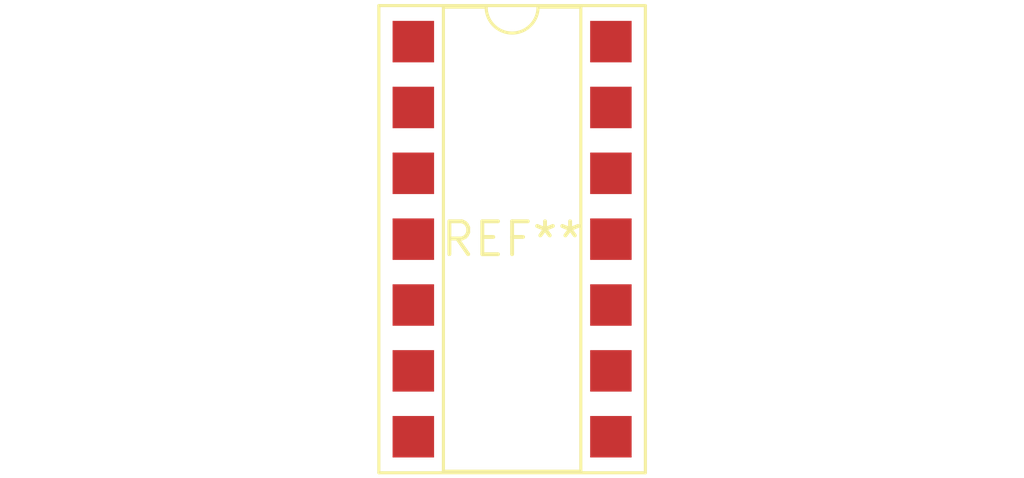
<source format=kicad_pcb>
(kicad_pcb (version 20240108) (generator pcbnew)
  (layers (0 "F.Cu" signal) (31 "B.Cu" signal) (34 "B.Paste" user) (35 "F.Paste" user) (36 "B.SilkS" user "B.Silkscreen") (37 "F.SilkS" user "F.Silkscreen") (38 "B.Mask" user) (39 "F.Mask" user) (44 "Edge.Cuts" user))
  (net 0 "")
  (footprint "DIP-14_W7.62mm_SMDSocket_SmallPads" (layer "F.Cu") (at 0 0)
    (property "Reference" "REF**")
    (property "Value" "DIP-14_W7.62mm_SMDSocket_SmallPads")
    (fp_line (start -5.14 -9.01) (end -5.14 9.01) (layer "F.SilkS") (stroke (width 0.12)))
    (fp_line (start -5.14 9.01) (end 5.14 9.01) (layer "F.SilkS") (stroke (width 0.12)))
    (fp_line (start -2.65 -8.95) (end -2.65 8.95) (layer "F.SilkS") (stroke (width 0.12)))
    (fp_line (start -2.65 8.95) (end 2.65 8.95) (layer "F.SilkS") (stroke (width 0.12)))
    (fp_line (start -1 -8.95) (end -2.65 -8.95) (layer "F.SilkS") (stroke (width 0.12)))
    (fp_line (start 2.65 -8.95) (end 1 -8.95) (layer "F.SilkS") (stroke (width 0.12)))
    (fp_line (start 2.65 8.95) (end 2.65 -8.95) (layer "F.SilkS") (stroke (width 0.12)))
    (fp_line (start 5.14 -9.01) (end -5.14 -9.01) (layer "F.SilkS") (stroke (width 0.12)))
    (fp_line (start 5.14 9.01) (end 5.14 -9.01) (layer "F.SilkS") (stroke (width 0.12)))
    (fp_arc (start 1 -8.95) (mid 0 -7.95) (end -1 -8.95) (layer "F.SilkS") (stroke (width 0.12)))
    (pad "1" smd rect (at -3.81 -7.62) (size 1.6 1.6) (layers "F.Cu" "F.Paste" "F.Mask"))
    (pad "2" smd rect (at -3.81 -5.08) (size 1.6 1.6) (layers "F.Cu" "F.Paste" "F.Mask"))
    (pad "3" smd rect (at -3.81 -2.54) (size 1.6 1.6) (layers "F.Cu" "F.Paste" "F.Mask"))
    (pad "4" smd rect (at -3.81 0) (size 1.6 1.6) (layers "F.Cu" "F.Paste" "F.Mask"))
    (pad "5" smd rect (at -3.81 2.54) (size 1.6 1.6) (layers "F.Cu" "F.Paste" "F.Mask"))
    (pad "6" smd rect (at -3.81 5.08) (size 1.6 1.6) (layers "F.Cu" "F.Paste" "F.Mask"))
    (pad "7" smd rect (at -3.81 7.62) (size 1.6 1.6) (layers "F.Cu" "F.Paste" "F.Mask"))
    (pad "8" smd rect (at 3.81 7.62) (size 1.6 1.6) (layers "F.Cu" "F.Paste" "F.Mask"))
    (pad "9" smd rect (at 3.81 5.08) (size 1.6 1.6) (layers "F.Cu" "F.Paste" "F.Mask"))
    (pad "10" smd rect (at 3.81 2.54) (size 1.6 1.6) (layers "F.Cu" "F.Paste" "F.Mask"))
    (pad "11" smd rect (at 3.81 0) (size 1.6 1.6) (layers "F.Cu" "F.Paste" "F.Mask"))
    (pad "12" smd rect (at 3.81 -2.54) (size 1.6 1.6) (layers "F.Cu" "F.Paste" "F.Mask"))
    (pad "13" smd rect (at 3.81 -5.08) (size 1.6 1.6) (layers "F.Cu" "F.Paste" "F.Mask"))
    (pad "14" smd rect (at 3.81 -7.62) (size 1.6 1.6) (layers "F.Cu" "F.Paste" "F.Mask"))
  )
)
</source>
